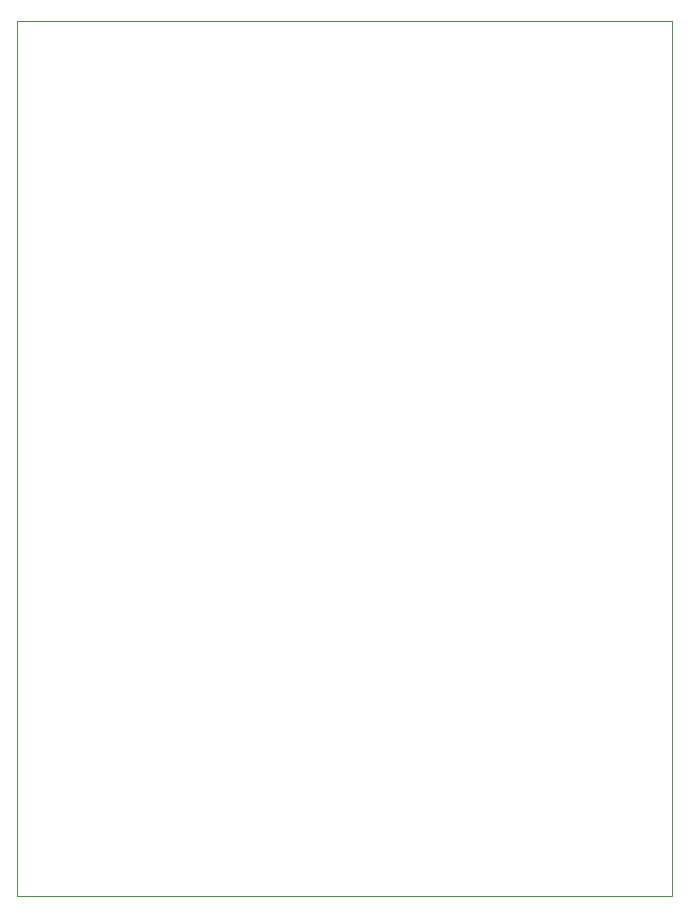
<source format=gbr>
G04*
G04 #@! TF.GenerationSoftware,Altium Limited,Altium Designer,24.2.2 (26)*
G04*
G04 Layer_Color=0*
%FSLAX44Y44*%
%MOMM*%
G71*
G04*
G04 #@! TF.SameCoordinates,8037D507-FDD7-4DB1-ABC2-1B2419E491FE*
G04*
G04*
G04 #@! TF.FilePolarity,Positive*
G04*
G01*
G75*
%ADD44C,0.0254*%
D44*
X0Y0D02*
X554990D01*
Y740410D01*
X0D01*
Y0D01*
M02*

</source>
